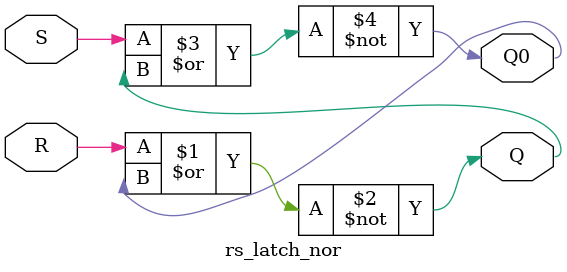
<source format=v>
`timescale 1ns / 1ps


module rs_latch_nor(
    input S,
    input R,
    output Q0,
    output Q
    );
    assign Q = ~(R | Q0);
    assign Q0 = ~(S | Q) ;
endmodule

</source>
